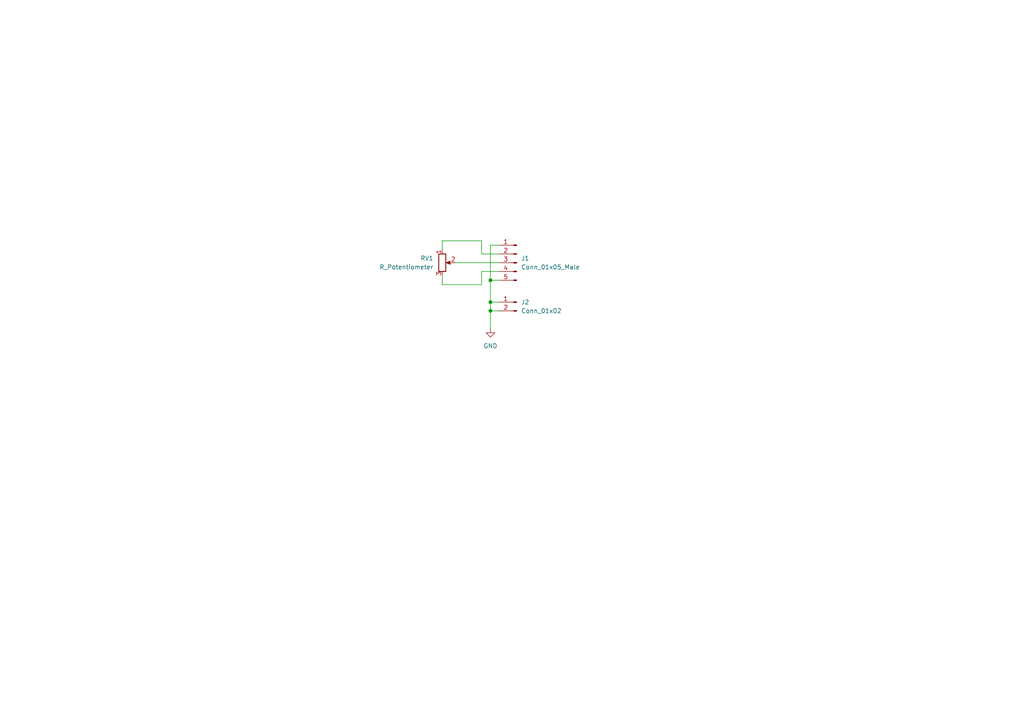
<source format=kicad_sch>
(kicad_sch (version 20211123) (generator eeschema)
  (paper "A4")
  (lib_symbols
    (symbol "Connector:Conn_01x02_Male" (pin_names (offset 1.016) hide)
      (property "Reference" "J" (at 0 2.54 0))
      (property "Value" "Conn_01x02_Male" (at 0 -5.08 0))
      (symbol "Conn_01x02_Male_1_1"
        (polyline (pts (xy 1.27 -2.54) (xy 0.8636 -2.54)) (stroke (width 0.1524)))
        (polyline (pts (xy 1.27 0) (xy 0.8636 0)) (stroke (width 0.1524)))
        (rectangle (start 0.8636 -2.413) (end 0 -2.667) (stroke (width 0.1524)) (fill (type outline)))
        (rectangle (start 0.8636 0.127) (end 0 -0.127) (stroke (width 0.1524)) (fill (type outline)))
        (pin passive line (at 5.08 0 180) (length 3.81) (name "Pin_1") (number "1"))
        (pin passive line (at 5.08 -2.54 180) (length 3.81) (name "Pin_2") (number "2"))
      )
    )
    (symbol "Connector:Conn_01x05_Male" (pin_names (offset 1.016) hide)
      (property "Reference" "J" (at 0 7.62 0))
      (property "Value" "Conn_01x05_Male" (at 0 -7.62 0))
      (symbol "Conn_01x05_Male_1_1"
        (polyline (pts (xy 1.27 -5.08) (xy 0.8636 -5.08)) (stroke (width 0.1524)))
        (polyline (pts (xy 1.27 -2.54) (xy 0.8636 -2.54)) (stroke (width 0.1524)))
        (polyline (pts (xy 1.27 0) (xy 0.8636 0)) (stroke (width 0.1524)))
        (polyline (pts (xy 1.27 2.54) (xy 0.8636 2.54)) (stroke (width 0.1524)))
        (polyline (pts (xy 1.27 5.08) (xy 0.8636 5.08)) (stroke (width 0.1524)))
        (rectangle (start 0.8636 -4.953) (end 0 -5.207) (stroke (width 0.1524)) (fill (type outline)))
        (rectangle (start 0.8636 -2.413) (end 0 -2.667) (stroke (width 0.1524)) (fill (type outline)))
        (rectangle (start 0.8636 0.127) (end 0 -0.127) (stroke (width 0.1524)) (fill (type outline)))
        (rectangle (start 0.8636 2.667) (end 0 2.413) (stroke (width 0.1524)) (fill (type outline)))
        (rectangle (start 0.8636 5.207) (end 0 4.953) (stroke (width 0.1524)) (fill (type outline)))
        (pin passive line (at 5.08 5.08 180) (length 3.81) (name "Pin_1") (number "1"))
        (pin passive line (at 5.08 2.54 180) (length 3.81) (name "Pin_2") (number "2"))
        (pin passive line (at 5.08 0 180) (length 3.81) (name "Pin_3") (number "3"))
        (pin passive line (at 5.08 -2.54 180) (length 3.81) (name "Pin_4") (number "4"))
        (pin passive line (at 5.08 -5.08 180) (length 3.81) (name "Pin_5") (number "5"))
      )
    )
    (symbol "Device:R_Potentiometer" (pin_names (offset 1.016) hide)
      (property "Reference" "RV" (at -4.445 0 90))
      (property "Value" "R_Potentiometer" (at -2.54 0 90))
      (symbol "R_Potentiometer_0_1"
        (polyline (pts (xy 2.54 0) (xy 1.524 0)))
        (polyline (pts (xy 1.143 0) (xy 2.286 0.508) (xy 2.286 -0.508) (xy 1.143 0)) (fill (type outline)))
        (rectangle (start 1.016 2.54) (end -1.016 -2.54) (stroke (width 0.254)))
      )
      (symbol "R_Potentiometer_1_1"
        (pin passive line (at 0 3.81 270) (length 1.27) (name "1") (number "1"))
        (pin passive line (at 3.81 0 180) (length 1.27) (name "2") (number "2"))
        (pin passive line (at 0 -3.81 90) (length 1.27) (name "3") (number "3"))
      )
    )
    (symbol "power:GND" (power) (pin_names (offset 0))
      (property "Value" "GND" (at 0 -3.81 0))
      (symbol "GND_0_1"
        (polyline (pts (xy 0 0) (xy 0 -1.27) (xy 1.27 -1.27) (xy 0 -2.54) (xy -1.27 -1.27) (xy 0 -1.27)))
      )
      (symbol "GND_1_1"
        (pin power_in line (at 0 0 270) (length 0) hide (name "GND") (number "1"))
      )
    )
  )
  (junction (at 142.24 90.17))
  (junction (at 142.24 81.28))
  (junction (at 142.24 87.63))
  (wire (pts (xy 142.24 87.63) (xy 144.78 87.63)))
  (wire (pts (xy 142.24 90.17) (xy 142.24 95.25)))
  (wire (pts (xy 128.27 82.55) (xy 139.7 82.55)))
  (wire (pts (xy 132.08 76.2) (xy 144.78 76.2)))
  (wire (pts (xy 128.27 69.85) (xy 139.7 69.85)))
  (wire (pts (xy 142.24 90.17) (xy 144.78 90.17)))
  (wire (pts (xy 128.27 72.39) (xy 128.27 69.85)))
  (wire (pts (xy 142.24 71.12) (xy 142.24 81.28)))
  (wire (pts (xy 142.24 81.28) (xy 144.78 81.28)))
  (wire (pts (xy 142.24 87.63) (xy 142.24 90.17)))
  (wire (pts (xy 128.27 80.01) (xy 128.27 82.55)))
  (wire (pts (xy 139.7 82.55) (xy 139.7 78.74)))
  (wire (pts (xy 144.78 71.12) (xy 142.24 71.12)))
  (wire (pts (xy 139.7 69.85) (xy 139.7 73.66)))
  (wire (pts (xy 139.7 73.66) (xy 144.78 73.66)))
  (wire (pts (xy 139.7 78.74) (xy 144.78 78.74)))
  (wire (pts (xy 142.24 81.28) (xy 142.24 87.63)))
  (symbol (lib_id "Connector:Conn_01x05_Male") (at 149.86 76.2 0) (mirror y) (unit 1)
    (property "Reference" "J1" (at 151.13 74.9299 0) (effects (justify right)))
    (property "Value" "Conn_01x05_Male" (at 151.13 77.4699 0) (effects (justify right)))
    (property "Footprint" "Connector_PinHeader_2.54mm:PinHeader_1x05_P2.54mm_Vertical" (effects hide))
  )
  (symbol (lib_id "Connector:Conn_01x02_Male") (at 149.86 87.63 0) (mirror y) (unit 1)
    (property "Reference" "J2" (at 151.13 87.6299 0) (effects (justify right)))
    (property "Value" "Conn_01x02" (at 151.13 90.1699 0) (effects (justify right)))
    (property "Footprint" "Connector_PinHeader_2.54mm:PinHeader_1x02_P2.54mm_Vertical" (effects hide))
  )
  (symbol (lib_id "Device:R_Potentiometer") (at 128.27 76.2 0) (unit 1)
    (property "Reference" "RV1" (at 125.73 74.9299 0) (effects (justify right)))
    (property "Value" "R_Potentiometer" (at 125.73 77.4699 0) (effects (justify right)))
    (property "Footprint" "Potentiometer_THT:Potentiometer_Bourns_PTA6043_Single_Slide" (effects hide))
  )
  (symbol (lib_id "power:GND") (at 142.24 95.25 0) (unit 1)
    (property "Reference" "#PWR0101" (effects hide))
    (property "Value" "GND" (at 142.24 100.33 0))
  )
)
</source>
